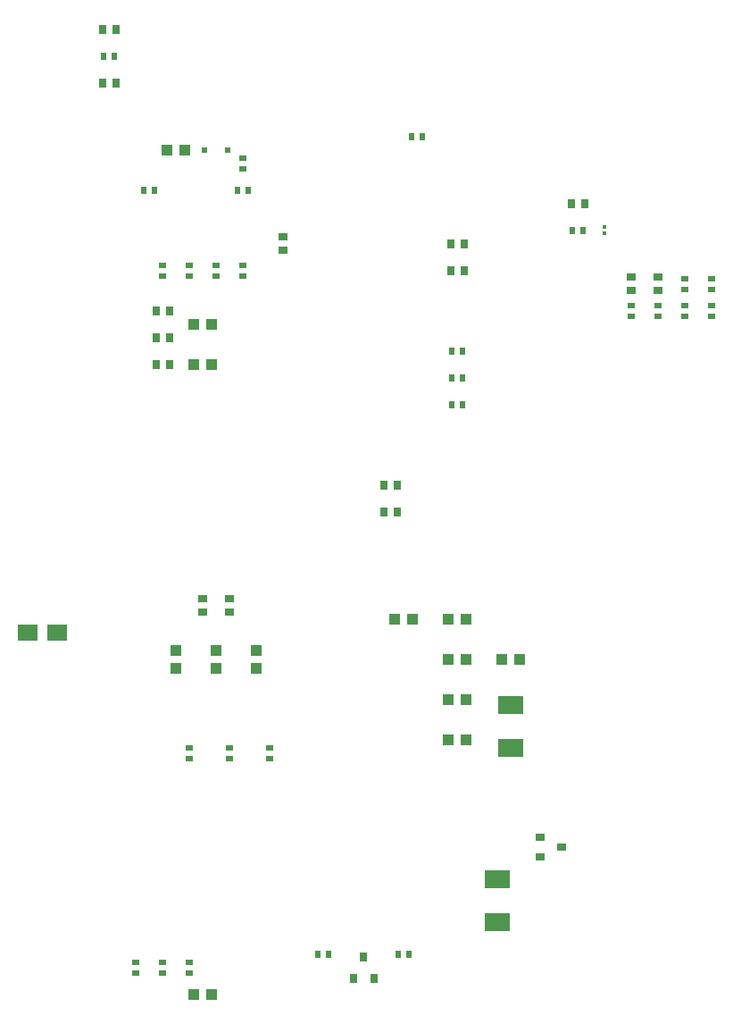
<source format=gbr>
G04 EAGLE Gerber RS-274X export*
G75*
%MOMM*%
%FSLAX34Y34*%
%LPD*%
%INSolderpaste Bottom*%
%IPPOS*%
%AMOC8*
5,1,8,0,0,1.08239X$1,22.5*%
G01*
%ADD10R,1.100000X1.000000*%
%ADD11R,1.950000X1.500000*%
%ADD12R,0.900000X0.700000*%
%ADD13R,0.700000X0.900000*%
%ADD14R,0.500000X0.500000*%
%ADD15R,2.400000X1.800000*%
%ADD16R,0.400000X0.380000*%
%ADD17R,0.900000X0.800000*%
%ADD18R,0.800000X0.900000*%
%ADD19R,0.700000X0.600000*%
%ADD20R,0.600000X0.700000*%
%ADD21R,1.000000X1.100000*%


D10*
X402200Y838200D03*
X385200Y838200D03*
D11*
X252950Y381000D03*
X280450Y381000D03*
D12*
X495300Y742800D03*
X495300Y755800D03*
D13*
X336700Y901700D03*
X323700Y901700D03*
X603400Y495300D03*
X590400Y495300D03*
X603400Y520700D03*
X590400Y520700D03*
X387500Y635000D03*
X374500Y635000D03*
D12*
X850900Y717700D03*
X850900Y704700D03*
D13*
X387500Y685800D03*
X374500Y685800D03*
D10*
X410600Y635000D03*
X427600Y635000D03*
D13*
X387500Y660400D03*
X374500Y660400D03*
D10*
X427600Y38100D03*
X410600Y38100D03*
D12*
X419100Y412900D03*
X419100Y399900D03*
X444500Y412900D03*
X444500Y399900D03*
D10*
X410600Y673100D03*
X427600Y673100D03*
D12*
X825500Y717700D03*
X825500Y704700D03*
D13*
X768200Y787400D03*
X781200Y787400D03*
X666900Y749300D03*
X653900Y749300D03*
X666900Y723900D03*
X653900Y723900D03*
X336700Y952500D03*
X323700Y952500D03*
D14*
X442800Y838200D03*
X420800Y838200D03*
D15*
X711200Y271850D03*
X711200Y312350D03*
X698500Y106750D03*
X698500Y147250D03*
D16*
X800100Y759190D03*
X800100Y764810D03*
D17*
X759300Y177800D03*
X739300Y168300D03*
X739300Y187300D03*
D18*
X571500Y73500D03*
X581000Y53500D03*
X562000Y53500D03*
D19*
X457200Y718900D03*
X457200Y728900D03*
D20*
X665400Y647700D03*
X655400Y647700D03*
X335200Y927100D03*
X325200Y927100D03*
X665400Y622300D03*
X655400Y622300D03*
X665400Y596900D03*
X655400Y596900D03*
D21*
X651900Y355600D03*
X668900Y355600D03*
X651900Y393700D03*
X668900Y393700D03*
X702700Y355600D03*
X719700Y355600D03*
X618100Y393700D03*
X601100Y393700D03*
X668900Y317500D03*
X651900Y317500D03*
D20*
X627300Y850900D03*
X617300Y850900D03*
D21*
X668900Y279400D03*
X651900Y279400D03*
D20*
X452200Y800100D03*
X462200Y800100D03*
X538400Y76200D03*
X528400Y76200D03*
D19*
X431800Y728900D03*
X431800Y718900D03*
X381000Y718900D03*
X381000Y728900D03*
X457200Y820500D03*
X457200Y830500D03*
X406400Y718900D03*
X406400Y728900D03*
D20*
X604600Y76200D03*
X614600Y76200D03*
D19*
X381000Y58500D03*
X381000Y68500D03*
X406400Y58500D03*
X406400Y68500D03*
X901700Y690800D03*
X901700Y680800D03*
X355600Y58500D03*
X355600Y68500D03*
D10*
X393700Y364100D03*
X393700Y347100D03*
X431800Y364100D03*
X431800Y347100D03*
X469900Y364100D03*
X469900Y347100D03*
D20*
X373300Y800100D03*
X363300Y800100D03*
D19*
X876300Y690800D03*
X876300Y680800D03*
X850900Y690800D03*
X850900Y680800D03*
X825500Y690800D03*
X825500Y680800D03*
D20*
X779700Y762000D03*
X769700Y762000D03*
D19*
X876300Y716200D03*
X876300Y706200D03*
X901700Y716200D03*
X901700Y706200D03*
X406400Y261700D03*
X406400Y271700D03*
X444500Y261700D03*
X444500Y271700D03*
X482600Y261700D03*
X482600Y271700D03*
M02*

</source>
